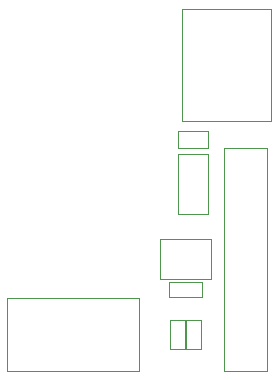
<source format=gbr>
G04 #@! TF.FileFunction,Other,User*
%FSLAX46Y46*%
G04 Gerber Fmt 4.6, Leading zero omitted, Abs format (unit mm)*
G04 Created by KiCad (PCBNEW 4.0.6) date 08/05/17 14:41:28*
%MOMM*%
%LPD*%
G01*
G04 APERTURE LIST*
%ADD10C,0.100000*%
%ADD11C,0.050000*%
G04 APERTURE END LIST*
D10*
D11*
X35455000Y-197380000D02*
X35455000Y-178530000D01*
X35455000Y-178530000D02*
X31855000Y-178530000D01*
X31855000Y-178530000D02*
X31855000Y-197380000D01*
X31855000Y-197380000D02*
X35455000Y-197380000D01*
X27940000Y-184150000D02*
X27940000Y-179070000D01*
X27940000Y-179070000D02*
X30480000Y-179070000D01*
X30480000Y-179070000D02*
X30480000Y-184150000D01*
X30480000Y-184150000D02*
X27940000Y-184150000D01*
X27175000Y-189850000D02*
X29975000Y-189850000D01*
X27175000Y-189850000D02*
X27175000Y-191150000D01*
X29975000Y-191150000D02*
X29975000Y-189850000D01*
X29975000Y-191150000D02*
X27175000Y-191150000D01*
X13440000Y-197380000D02*
X24640000Y-197380000D01*
X24640000Y-197380000D02*
X24640000Y-191230000D01*
X24640000Y-191230000D02*
X13440000Y-191230000D01*
X13440000Y-191230000D02*
X13440000Y-197380000D01*
X30745000Y-189660000D02*
X26405000Y-189660000D01*
X30745000Y-189660000D02*
X30745000Y-186260000D01*
X26405000Y-186260000D02*
X26405000Y-189660000D01*
X26405000Y-186260000D02*
X30745000Y-186260000D01*
X27960000Y-177100000D02*
X30460000Y-177100000D01*
X27960000Y-177100000D02*
X27960000Y-178500000D01*
X30460000Y-178500000D02*
X30460000Y-177100000D01*
X30460000Y-178500000D02*
X27960000Y-178500000D01*
X28640000Y-193060000D02*
X28640000Y-195560000D01*
X28640000Y-193060000D02*
X27240000Y-193060000D01*
X27240000Y-195560000D02*
X28640000Y-195560000D01*
X27240000Y-195560000D02*
X27240000Y-193060000D01*
X29910000Y-193060000D02*
X29910000Y-195560000D01*
X29910000Y-193060000D02*
X28510000Y-193060000D01*
X28510000Y-195560000D02*
X29910000Y-195560000D01*
X28510000Y-195560000D02*
X28510000Y-193060000D01*
X28290000Y-176025000D02*
X28290000Y-176275000D01*
X28290000Y-176275000D02*
X28540000Y-176275000D01*
X35790000Y-176025000D02*
X35790000Y-176275000D01*
X35790000Y-176275000D02*
X35540000Y-176275000D01*
X35540000Y-166775000D02*
X35790000Y-166775000D01*
X35790000Y-166775000D02*
X35790000Y-167025000D01*
X28540000Y-166775000D02*
X28290000Y-166775000D01*
X28290000Y-166775000D02*
X28290000Y-167025000D01*
X35790000Y-167025000D02*
X35790000Y-176025000D01*
X28540000Y-166775000D02*
X35540000Y-166775000D01*
X28290000Y-176025000D02*
X28290000Y-167025000D01*
X35540000Y-176275000D02*
X28540000Y-176275000D01*
M02*

</source>
